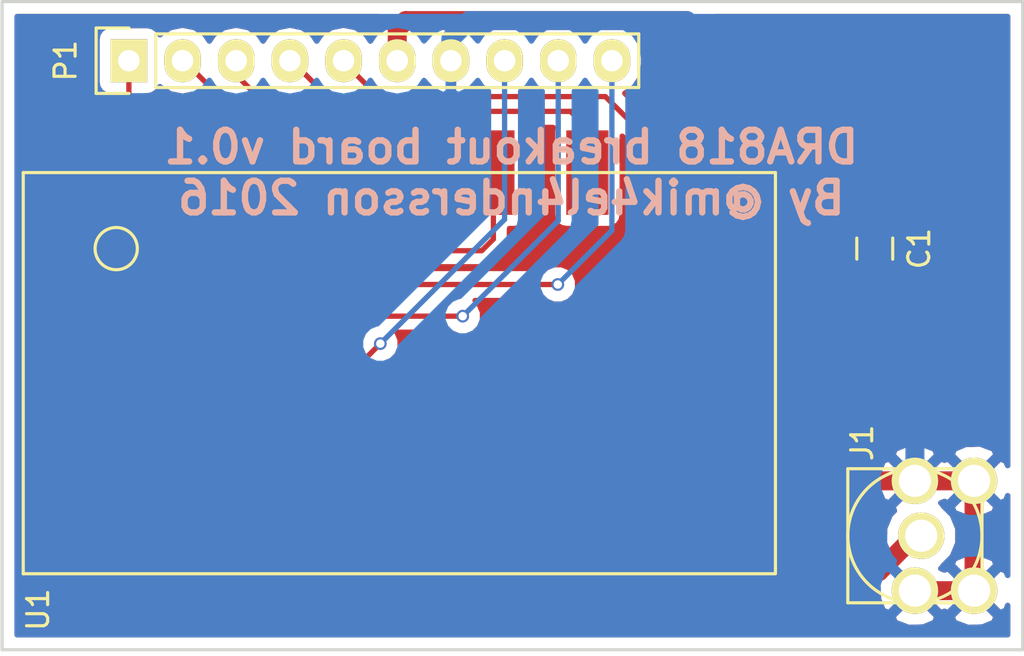
<source format=kicad_pcb>
(kicad_pcb (version 4) (host pcbnew 4.0.1-stable)

  (general
    (links 18)
    (no_connects 0)
    (area 137.9 98.424999 186.375001 129.500001)
    (thickness 1.6)
    (drawings 5)
    (tracks 69)
    (zones 0)
    (modules 4)
    (nets 12)
  )

  (page A4)
  (layers
    (0 F.Cu signal)
    (31 B.Cu signal)
    (32 B.Adhes user)
    (33 F.Adhes user)
    (34 B.Paste user)
    (35 F.Paste user)
    (36 B.SilkS user)
    (37 F.SilkS user)
    (38 B.Mask user)
    (39 F.Mask user)
    (40 Dwgs.User user)
    (41 Cmts.User user)
    (42 Eco1.User user)
    (43 Eco2.User user)
    (44 Edge.Cuts user)
    (45 Margin user)
    (46 B.CrtYd user)
    (47 F.CrtYd user)
    (48 B.Fab user)
    (49 F.Fab user)
  )

  (setup
    (last_trace_width 0.9)
    (user_trace_width 0.9)
    (trace_clearance 0.2)
    (zone_clearance 0.508)
    (zone_45_only no)
    (trace_min 0.2)
    (segment_width 0.2)
    (edge_width 0.15)
    (via_size 0.6)
    (via_drill 0.4)
    (via_min_size 0.4)
    (via_min_drill 0.3)
    (uvia_size 0.3)
    (uvia_drill 0.1)
    (uvias_allowed no)
    (uvia_min_size 0.2)
    (uvia_min_drill 0.1)
    (pcb_text_width 0.3)
    (pcb_text_size 1.5 1.5)
    (mod_edge_width 0.15)
    (mod_text_size 1 1)
    (mod_text_width 0.15)
    (pad_size 1.524 1.524)
    (pad_drill 0.762)
    (pad_to_mask_clearance 0.076)
    (aux_axis_origin 0 0)
    (visible_elements FFFFFF7F)
    (pcbplotparams
      (layerselection 0x010f0_80000001)
      (usegerberextensions true)
      (excludeedgelayer true)
      (linewidth 0.100000)
      (plotframeref false)
      (viasonmask false)
      (mode 1)
      (useauxorigin false)
      (hpglpennumber 1)
      (hpglpenspeed 20)
      (hpglpendiameter 15)
      (hpglpenoverlay 2)
      (psnegative false)
      (psa4output false)
      (plotreference true)
      (plotvalue true)
      (plotinvisibletext false)
      (padsonsilk false)
      (subtractmaskfromsilk false)
      (outputformat 1)
      (mirror false)
      (drillshape 0)
      (scaleselection 1)
      (outputdirectory export/))
  )

  (net 0 "")
  (net 1 VCC)
  (net 2 GND)
  (net 3 "Net-(J1-Pad1)")
  (net 4 "Net-(P1-Pad1)")
  (net 5 "Net-(P1-Pad2)")
  (net 6 "Net-(P1-Pad3)")
  (net 7 "Net-(P1-Pad4)")
  (net 8 "Net-(P1-Pad5)")
  (net 9 "Net-(P1-Pad8)")
  (net 10 "Net-(P1-Pad9)")
  (net 11 "Net-(P1-Pad10)")

  (net_class Default "This is the default net class."
    (clearance 0.2)
    (trace_width 0.25)
    (via_dia 0.6)
    (via_drill 0.4)
    (uvia_dia 0.3)
    (uvia_drill 0.1)
    (add_net GND)
    (add_net "Net-(J1-Pad1)")
    (add_net "Net-(P1-Pad1)")
    (add_net "Net-(P1-Pad10)")
    (add_net "Net-(P1-Pad2)")
    (add_net "Net-(P1-Pad3)")
    (add_net "Net-(P1-Pad4)")
    (add_net "Net-(P1-Pad5)")
    (add_net "Net-(P1-Pad8)")
    (add_net "Net-(P1-Pad9)")
    (add_net VCC)
  )

  (module Capacitors_SMD:C_0805_HandSoldering placed (layer F.Cu) (tedit 56A68437) (tstamp 56A6821F)
    (at 179.3 110.2 270)
    (descr "Capacitor SMD 0805, hand soldering")
    (tags "capacitor 0805")
    (path /56A5E66B)
    (attr smd)
    (fp_text reference C1 (at 0 -2.1 270) (layer F.SilkS)
      (effects (font (size 1 1) (thickness 0.15)))
    )
    (fp_text value "100nF X7R" (at -0.3 -3.8 270) (layer F.Fab)
      (effects (font (size 1 1) (thickness 0.15)))
    )
    (fp_line (start -2.3 -1) (end 2.3 -1) (layer F.CrtYd) (width 0.05))
    (fp_line (start -2.3 1) (end 2.3 1) (layer F.CrtYd) (width 0.05))
    (fp_line (start -2.3 -1) (end -2.3 1) (layer F.CrtYd) (width 0.05))
    (fp_line (start 2.3 -1) (end 2.3 1) (layer F.CrtYd) (width 0.05))
    (fp_line (start 0.5 -0.85) (end -0.5 -0.85) (layer F.SilkS) (width 0.15))
    (fp_line (start -0.5 0.85) (end 0.5 0.85) (layer F.SilkS) (width 0.15))
    (pad 1 smd rect (at -1.25 0 270) (size 1.5 1.25) (layers F.Cu F.Paste F.Mask)
      (net 1 VCC))
    (pad 2 smd rect (at 1.25 0 270) (size 1.5 1.25) (layers F.Cu F.Paste F.Mask)
      (net 2 GND))
    (model Capacitors_SMD.3dshapes/C_0805_HandSoldering.wrl
      (at (xyz 0 0 0))
      (scale (xyz 1 1 1))
      (rotate (xyz 0 0 0))
    )
  )

  (module Pin_Headers:Pin_Header_Straight_1x10 placed (layer F.Cu) (tedit 56A68456) (tstamp 56A6823B)
    (at 144 101.3 90)
    (descr "Through hole pin header")
    (tags "pin header")
    (path /56A5E964)
    (fp_text reference P1 (at 0 -3 90) (layer F.SilkS)
      (effects (font (size 1 1) (thickness 0.15)))
    )
    (fp_text value CONN_01X10 (at -1.9 12.3 180) (layer F.Fab)
      (effects (font (size 1 1) (thickness 0.15)))
    )
    (fp_line (start -1.75 -1.75) (end -1.75 24.65) (layer F.CrtYd) (width 0.05))
    (fp_line (start 1.75 -1.75) (end 1.75 24.65) (layer F.CrtYd) (width 0.05))
    (fp_line (start -1.75 -1.75) (end 1.75 -1.75) (layer F.CrtYd) (width 0.05))
    (fp_line (start -1.75 24.65) (end 1.75 24.65) (layer F.CrtYd) (width 0.05))
    (fp_line (start 1.27 1.27) (end 1.27 24.13) (layer F.SilkS) (width 0.15))
    (fp_line (start 1.27 24.13) (end -1.27 24.13) (layer F.SilkS) (width 0.15))
    (fp_line (start -1.27 24.13) (end -1.27 1.27) (layer F.SilkS) (width 0.15))
    (fp_line (start 1.55 -1.55) (end 1.55 0) (layer F.SilkS) (width 0.15))
    (fp_line (start 1.27 1.27) (end -1.27 1.27) (layer F.SilkS) (width 0.15))
    (fp_line (start -1.55 0) (end -1.55 -1.55) (layer F.SilkS) (width 0.15))
    (fp_line (start -1.55 -1.55) (end 1.55 -1.55) (layer F.SilkS) (width 0.15))
    (pad 1 thru_hole rect (at 0 0 90) (size 2.032 1.7272) (drill 1.016) (layers *.Cu *.Mask F.SilkS)
      (net 4 "Net-(P1-Pad1)"))
    (pad 2 thru_hole oval (at 0 2.54 90) (size 2.032 1.7272) (drill 1.016) (layers *.Cu *.Mask F.SilkS)
      (net 5 "Net-(P1-Pad2)"))
    (pad 3 thru_hole oval (at 0 5.08 90) (size 2.032 1.7272) (drill 1.016) (layers *.Cu *.Mask F.SilkS)
      (net 6 "Net-(P1-Pad3)"))
    (pad 4 thru_hole oval (at 0 7.62 90) (size 2.032 1.7272) (drill 1.016) (layers *.Cu *.Mask F.SilkS)
      (net 7 "Net-(P1-Pad4)"))
    (pad 5 thru_hole oval (at 0 10.16 90) (size 2.032 1.7272) (drill 1.016) (layers *.Cu *.Mask F.SilkS)
      (net 8 "Net-(P1-Pad5)"))
    (pad 6 thru_hole oval (at 0 12.7 90) (size 2.032 1.7272) (drill 1.016) (layers *.Cu *.Mask F.SilkS)
      (net 1 VCC))
    (pad 7 thru_hole oval (at 0 15.24 90) (size 2.032 1.7272) (drill 1.016) (layers *.Cu *.Mask F.SilkS)
      (net 2 GND))
    (pad 8 thru_hole oval (at 0 17.78 90) (size 2.032 1.7272) (drill 1.016) (layers *.Cu *.Mask F.SilkS)
      (net 9 "Net-(P1-Pad8)"))
    (pad 9 thru_hole oval (at 0 20.32 90) (size 2.032 1.7272) (drill 1.016) (layers *.Cu *.Mask F.SilkS)
      (net 10 "Net-(P1-Pad9)"))
    (pad 10 thru_hole oval (at 0 22.86 90) (size 2.032 1.7272) (drill 1.016) (layers *.Cu *.Mask F.SilkS)
      (net 11 "Net-(P1-Pad10)"))
    (model Pin_Headers.3dshapes/Pin_Header_Straight_1x10.wrl
      (at (xyz 0 -0.45 0))
      (scale (xyz 1 1 1))
      (rotate (xyz 0 0 90))
    )
  )

  (module dra818v:dra818v placed (layer F.Cu) (tedit 56A68452) (tstamp 56A68257)
    (at 139 106.6)
    (path /56A6262B)
    (fp_text reference U1 (at 0.7 20.7 90) (layer F.SilkS)
      (effects (font (size 1 1) (thickness 0.15)))
    )
    (fp_text value DRA818V (at 18.3 9.6) (layer F.Fab)
      (effects (font (size 1 1) (thickness 0.15)))
    )
    (fp_circle (center 4.4 3.6) (end 3.4 3.6) (layer F.SilkS) (width 0.15))
    (fp_line (start 0 0) (end 35.6 0) (layer F.SilkS) (width 0.15))
    (fp_line (start 35.6 0.2) (end 35.6 0) (layer F.SilkS) (width 0.15))
    (fp_line (start 35.6 19) (end 0 19) (layer F.SilkS) (width 0.15))
    (fp_line (start 0 19) (end 0 0) (layer F.SilkS) (width 0.15))
    (fp_line (start 35.6 0.18) (end 35.6 18.98) (layer F.SilkS) (width 0.15))
    (pad 1 smd rect (at 4.45 0) (size 2 4) (layers F.Cu F.Paste F.Mask)
      (net 4 "Net-(P1-Pad1)"))
    (pad 2 smd rect (at 8.9 0) (size 2 4) (layers F.Cu F.Paste F.Mask))
    (pad 3 smd rect (at 13.35 0) (size 2 4) (layers F.Cu F.Paste F.Mask)
      (net 5 "Net-(P1-Pad2)"))
    (pad 4 smd rect (at 17.8 0) (size 2 4) (layers F.Cu F.Paste F.Mask))
    (pad 5 smd rect (at 22.25 0) (size 2 4) (layers F.Cu F.Paste F.Mask)
      (net 6 "Net-(P1-Pad3)"))
    (pad 6 smd rect (at 26.7 0) (size 2 4) (layers F.Cu F.Paste F.Mask)
      (net 7 "Net-(P1-Pad4)"))
    (pad 7 smd rect (at 31.15 0) (size 2 4) (layers F.Cu F.Paste F.Mask)
      (net 8 "Net-(P1-Pad5)"))
    (pad 18 smd rect (at 4.45 18.9) (size 2 4) (layers F.Cu F.Paste F.Mask)
      (net 11 "Net-(P1-Pad10)"))
    (pad 17 smd rect (at 8.9 18.9) (size 2 4) (layers F.Cu F.Paste F.Mask)
      (net 10 "Net-(P1-Pad9)"))
    (pad 16 smd rect (at 13.35 18.9) (size 2 4) (layers F.Cu F.Paste F.Mask)
      (net 9 "Net-(P1-Pad8)"))
    (pad 15 smd rect (at 17.8 18.9) (size 2 4) (layers F.Cu F.Paste F.Mask))
    (pad 14 smd rect (at 22.25 18.9) (size 2 4) (layers F.Cu F.Paste F.Mask))
    (pad 13 smd rect (at 26.7 18.9) (size 2 4) (layers F.Cu F.Paste F.Mask))
    (pad 12 smd rect (at 31.15 18.9) (size 2 4) (layers F.Cu F.Paste F.Mask)
      (net 3 "Net-(J1-Pad1)"))
    (pad 8 smd rect (at 35.6 2.6) (size 4 2) (layers F.Cu F.Paste F.Mask)
      (net 1 VCC))
    (pad 9 smd rect (at 35.6 7.2) (size 4 2) (layers F.Cu F.Paste F.Mask)
      (net 2 GND))
    (pad 10 smd rect (at 35.6 11.8) (size 4 2) (layers F.Cu F.Paste F.Mask)
      (net 2 GND))
    (pad 11 smd rect (at 35.6 16.4) (size 4 2) (layers F.Cu F.Paste F.Mask))
  )

  (module sma_female_top:sma_female_top placed (layer F.Cu) (tedit 56A7314F) (tstamp 56A6822D)
    (at 181.2 123.8 270)
    (path /56A5E8FF)
    (fp_text reference J1 (at -4.4 2.5 270) (layer F.SilkS)
      (effects (font (size 1 1) (thickness 0.15)))
    )
    (fp_text value "SMA female" (at 0.1 2.8 270) (layer F.Fab)
      (effects (font (size 1 1) (thickness 0.15)))
    )
    (fp_circle (center 0 0) (end 0 -3.175) (layer F.SilkS) (width 0.15))
    (fp_line (start -3.175 -3.175) (end -3.175 3.175) (layer F.SilkS) (width 0.15))
    (fp_line (start -3.175 3.175) (end 3.175 3.175) (layer F.SilkS) (width 0.15))
    (fp_line (start 3.175 3.175) (end 3.175 -3.175) (layer F.SilkS) (width 0.15))
    (fp_line (start 3.175 -3.175) (end -3.175 -3.175) (layer F.SilkS) (width 0.15))
    (pad 1 thru_hole circle (at 0 -0.3 270) (size 2.2 2.2) (drill 1.524) (layers *.Cu *.Mask F.SilkS)
      (net 3 "Net-(J1-Pad1)"))
    (pad 4 thru_hole circle (at 2.6 -2.8 270) (size 2.2 2.2) (drill 1.524) (layers *.Cu *.Mask F.SilkS)
      (net 2 GND))
    (pad 3 thru_hole circle (at -2.6 -2.8 270) (size 2.2 2.2) (drill 1.524) (layers *.Cu *.Mask F.SilkS)
      (net 2 GND))
    (pad 2 thru_hole circle (at -2.6 0 270) (size 2.2 2.2) (drill 1.524) (layers *.Cu *.Mask F.SilkS)
      (net 2 GND))
    (pad 5 thru_hole circle (at 2.6 0 270) (size 2.2 2.2) (drill 1.524) (layers *.Cu *.Mask F.SilkS)
      (net 2 GND))
  )

  (gr_text "DRA818 breakout board v0.1\nBy @mik4el4ndersson 2016" (at 162.1 106.6) (layer B.SilkS)
    (effects (font (size 1.5 1.5) (thickness 0.3)) (justify mirror))
  )
  (gr_line (start 186.3 129.2) (end 186.3 98.5) (angle 90) (layer Edge.Cuts) (width 0.15))
  (gr_line (start 138 98.5) (end 186.3 98.5) (angle 90) (layer Edge.Cuts) (width 0.15))
  (gr_line (start 138 129.2) (end 138 98.5) (angle 90) (layer Edge.Cuts) (width 0.15))
  (gr_line (start 138 129.2) (end 186.3 129.2) (angle 90) (layer Edge.Cuts) (width 0.15))

  (segment (start 179.3 108.95) (end 174.85 108.95) (width 0.9) (layer F.Cu) (net 1))
  (segment (start 174.85 108.95) (end 174.6 109.2) (width 0.9) (layer F.Cu) (net 1) (tstamp 56A728D3))
  (segment (start 156.7 101.3) (end 156.7 99.8) (width 0.9) (layer F.Cu) (net 1))
  (segment (start 170.4 99.4) (end 179.3 108.3) (width 0.9) (layer F.Cu) (net 1) (tstamp 56A728C3))
  (segment (start 157.1 99.4) (end 170.4 99.4) (width 0.9) (layer F.Cu) (net 1) (tstamp 56A728B7))
  (segment (start 156.7 99.8) (end 157.1 99.4) (width 0.9) (layer F.Cu) (net 1) (tstamp 56A728B3))
  (segment (start 179.3 108.3) (end 179.3 108.95) (width 0.9) (layer F.Cu) (net 1) (tstamp 56A728CF))
  (segment (start 159.24 101.3) (end 159.24 100.26) (width 0.9) (layer B.Cu) (net 2))
  (segment (start 181.2 110.2) (end 181.2 121.2) (width 0.9) (layer B.Cu) (net 2) (tstamp 56A73122))
  (segment (start 170.4 99.4) (end 181.2 110.2) (width 0.9) (layer B.Cu) (net 2) (tstamp 56A73115))
  (segment (start 160.1 99.4) (end 170.4 99.4) (width 0.9) (layer B.Cu) (net 2) (tstamp 56A73110))
  (segment (start 159.24 100.26) (end 160.1 99.4) (width 0.9) (layer B.Cu) (net 2) (tstamp 56A7310E))
  (segment (start 179.3 111.45) (end 176.95 111.45) (width 0.9) (layer F.Cu) (net 2))
  (segment (start 176.95 111.45) (end 174.6 113.8) (width 0.9) (layer F.Cu) (net 2) (tstamp 56A73102))
  (segment (start 174.6 113.8) (end 174.6 118.4) (width 0.9) (layer F.Cu) (net 2))
  (segment (start 174.6 118.4) (end 177.4 121.2) (width 0.9) (layer F.Cu) (net 2) (tstamp 56A730F9))
  (segment (start 177.4 121.2) (end 184 121.2) (width 0.9) (layer F.Cu) (net 2) (tstamp 56A730FA))
  (segment (start 184 121.2) (end 184 126.4) (width 0.9) (layer F.Cu) (net 2) (tstamp 56A730FB))
  (segment (start 184 126.4) (end 181.2 126.4) (width 0.9) (layer F.Cu) (net 2) (tstamp 56A730FC))
  (segment (start 170.15 125.5) (end 179.5 125.5) (width 0.9) (layer F.Cu) (net 3))
  (segment (start 179.5 125.5) (end 181.2 123.8) (width 0.9) (layer F.Cu) (net 3) (tstamp 56A72A7B))
  (segment (start 144 101.3) (end 144 103.3) (width 0.25) (layer F.Cu) (net 4))
  (segment (start 143.45 103.85) (end 143.45 106.6) (width 0.25) (layer F.Cu) (net 4) (tstamp 56A72765))
  (segment (start 144 103.3) (end 143.45 103.85) (width 0.25) (layer F.Cu) (net 4) (tstamp 56A72760))
  (segment (start 146.54 101.3) (end 146.6 101.3) (width 0.25) (layer F.Cu) (net 5))
  (segment (start 146.6 101.3) (end 149.1 103.8) (width 0.25) (layer F.Cu) (net 5) (tstamp 56A7276C))
  (segment (start 149.1 103.8) (end 151.9 103.8) (width 0.25) (layer F.Cu) (net 5) (tstamp 56A7277A))
  (segment (start 151.9 103.8) (end 152.35 104.25) (width 0.25) (layer F.Cu) (net 5) (tstamp 56A7277E))
  (segment (start 152.35 104.25) (end 152.35 106.6) (width 0.25) (layer F.Cu) (net 5) (tstamp 56A72783))
  (segment (start 150.1 103) (end 150.2 103.1) (width 0.25) (layer F.Cu) (net 6))
  (segment (start 161.25 106.6) (end 161.25 109.75) (width 0.25) (layer F.Cu) (net 6) (tstamp 56A727BC))
  (segment (start 160.7 110.3) (end 161.25 109.75) (width 0.25) (layer F.Cu) (net 6) (tstamp 56A727B9))
  (segment (start 155.2 110.3) (end 160.7 110.3) (width 0.25) (layer F.Cu) (net 6) (tstamp 56A727B7))
  (segment (start 154.6 109.7) (end 155.2 110.3) (width 0.25) (layer F.Cu) (net 6) (tstamp 56A727B5))
  (segment (start 154.6 104.5) (end 154.6 109.7) (width 0.25) (layer F.Cu) (net 6) (tstamp 56A727B2))
  (segment (start 150.1 103) (end 149.08 101.98) (width 0.25) (layer F.Cu) (net 6) (tstamp 56A727A8))
  (segment (start 153.9 103.8) (end 154.6 104.5) (width 0.25) (layer F.Cu) (net 6) (tstamp 56A727E8))
  (segment (start 153.2 103.8) (end 153.9 103.8) (width 0.25) (layer F.Cu) (net 6) (tstamp 56A727E4))
  (segment (start 152.5 103.1) (end 153.2 103.8) (width 0.25) (layer F.Cu) (net 6) (tstamp 56A727DB))
  (segment (start 150.2 103.1) (end 152.5 103.1) (width 0.25) (layer F.Cu) (net 6) (tstamp 56A727D6))
  (segment (start 149.08 101.3) (end 149.08 101.98) (width 0.25) (layer F.Cu) (net 6))
  (segment (start 151.62 101.3) (end 151.7 101.3) (width 0.25) (layer F.Cu) (net 7))
  (segment (start 151.7 101.3) (end 153.6 103.2) (width 0.25) (layer F.Cu) (net 7) (tstamp 56A727F1))
  (segment (start 153.6 103.2) (end 154.7 103.2) (width 0.25) (layer F.Cu) (net 7) (tstamp 56A727FA))
  (segment (start 154.7 103.2) (end 155.2 103.7) (width 0.25) (layer F.Cu) (net 7) (tstamp 56A72807))
  (segment (start 155.2 103.7) (end 164.9 103.7) (width 0.25) (layer F.Cu) (net 7) (tstamp 56A7280A))
  (segment (start 164.9 103.7) (end 165.7 104.5) (width 0.25) (layer F.Cu) (net 7) (tstamp 56A7280D))
  (segment (start 165.7 104.5) (end 165.7 106.6) (width 0.25) (layer F.Cu) (net 7) (tstamp 56A72812))
  (segment (start 154.16 101.3) (end 154.16 101.36) (width 0.25) (layer F.Cu) (net 8))
  (segment (start 154.16 101.36) (end 155.8 103) (width 0.25) (layer F.Cu) (net 8) (tstamp 56A72836))
  (segment (start 155.8 103) (end 166.55 103) (width 0.25) (layer F.Cu) (net 8) (tstamp 56A72839))
  (segment (start 166.55 103) (end 170.15 106.6) (width 0.25) (layer F.Cu) (net 8) (tstamp 56A72841))
  (via (at 155.9 114.7) (size 0.6) (drill 0.4) (layers F.Cu B.Cu) (net 9))
  (segment (start 161.78 108.82) (end 155.9 114.7) (width 0.25) (layer B.Cu) (net 9) (tstamp 56A729F3))
  (segment (start 161.78 101.3) (end 161.78 108.82) (width 0.25) (layer B.Cu) (net 9))
  (segment (start 152.35 118.25) (end 152.35 125.5) (width 0.25) (layer F.Cu) (net 9) (tstamp 56A72A45))
  (segment (start 155.9 114.7) (end 152.35 118.25) (width 0.25) (layer F.Cu) (net 9) (tstamp 56A72A44))
  (via (at 159.8 113.4) (size 0.6) (drill 0.4) (layers F.Cu B.Cu) (net 10))
  (segment (start 164.32 108.88) (end 159.8 113.4) (width 0.25) (layer B.Cu) (net 10) (tstamp 56A729EB))
  (segment (start 164.32 101.3) (end 164.32 108.88) (width 0.25) (layer B.Cu) (net 10))
  (segment (start 147.9 116) (end 147.9 125.5) (width 0.25) (layer F.Cu) (net 10) (tstamp 56A72A33))
  (segment (start 150.5 113.4) (end 147.9 116) (width 0.25) (layer F.Cu) (net 10) (tstamp 56A72A2E))
  (segment (start 159.8 113.4) (end 150.5 113.4) (width 0.25) (layer F.Cu) (net 10) (tstamp 56A72A2D))
  (segment (start 143.45 116.75) (end 143.45 125.5) (width 0.25) (layer F.Cu) (net 11) (tstamp 56A72A10))
  (segment (start 148.3 111.9) (end 143.45 116.75) (width 0.25) (layer F.Cu) (net 11) (tstamp 56A72A08))
  (segment (start 164.3 111.9) (end 148.3 111.9) (width 0.25) (layer F.Cu) (net 11) (tstamp 56A72A07))
  (via (at 164.3 111.9) (size 0.6) (drill 0.4) (layers F.Cu B.Cu) (net 11))
  (segment (start 166.86 109.34) (end 164.3 111.9) (width 0.25) (layer B.Cu) (net 11) (tstamp 56A729DA))
  (segment (start 166.86 101.3) (end 166.86 109.34) (width 0.25) (layer B.Cu) (net 11))

  (zone (net 2) (net_name GND) (layer B.Cu) (tstamp 56A72AF6) (hatch edge 0.508)
    (connect_pads (clearance 0.508))
    (min_thickness 0.254)
    (fill yes (arc_segments 16) (thermal_gap 0.508) (thermal_bridge_width 0.508))
    (polygon
      (pts
        (xy 186.3 129.2) (xy 138 129.3) (xy 138 98.5) (xy 186.3 98.5) (xy 186.3 129.2)
      )
    )
    (filled_polygon
      (pts
        (xy 185.59 120.477853) (xy 185.502099 120.265641) (xy 185.224868 120.154737) (xy 184.179605 121.2) (xy 185.224868 122.245263)
        (xy 185.502099 122.134359) (xy 185.59 121.900912) (xy 185.59 125.677853) (xy 185.502099 125.465641) (xy 185.224868 125.354737)
        (xy 184.179605 126.4) (xy 185.224868 127.445263) (xy 185.502099 127.334359) (xy 185.59 127.100912) (xy 185.59 128.49)
        (xy 138.71 128.49) (xy 138.71 127.624868) (xy 180.154737 127.624868) (xy 180.265641 127.902099) (xy 180.911593 128.145323)
        (xy 181.601453 128.122836) (xy 182.134359 127.902099) (xy 182.245263 127.624868) (xy 182.954737 127.624868) (xy 183.065641 127.902099)
        (xy 183.711593 128.145323) (xy 184.401453 128.122836) (xy 184.934359 127.902099) (xy 185.045263 127.624868) (xy 184 126.579605)
        (xy 182.954737 127.624868) (xy 182.245263 127.624868) (xy 181.2 126.579605) (xy 180.154737 127.624868) (xy 138.71 127.624868)
        (xy 138.71 126.111593) (xy 179.454677 126.111593) (xy 179.477164 126.801453) (xy 179.697901 127.334359) (xy 179.975132 127.445263)
        (xy 181.020395 126.4) (xy 179.975132 125.354737) (xy 179.697901 125.465641) (xy 179.454677 126.111593) (xy 138.71 126.111593)
        (xy 138.71 124.143599) (xy 179.764699 124.143599) (xy 180.028281 124.781515) (xy 180.230973 124.984561) (xy 180.154737 125.175132)
        (xy 181.2 126.220395) (xy 181.214143 126.206253) (xy 181.393748 126.385858) (xy 181.379605 126.4) (xy 182.424868 127.445263)
        (xy 182.6 127.375203) (xy 182.775132 127.445263) (xy 183.820395 126.4) (xy 182.775132 125.354737) (xy 182.6 125.424797)
        (xy 182.42487 125.354738) (xy 182.53891 125.240698) (xy 182.525762 125.22755) (xy 182.578271 125.175132) (xy 182.954737 125.175132)
        (xy 184 126.220395) (xy 185.045263 125.175132) (xy 184.934359 124.897901) (xy 184.288407 124.654677) (xy 183.598547 124.677164)
        (xy 183.065641 124.897901) (xy 182.954737 125.175132) (xy 182.578271 125.175132) (xy 182.970004 124.784082) (xy 183.234699 124.146627)
        (xy 183.235301 123.456401) (xy 182.971719 122.818485) (xy 182.578789 122.424868) (xy 182.954737 122.424868) (xy 183.065641 122.702099)
        (xy 183.711593 122.945323) (xy 184.401453 122.922836) (xy 184.934359 122.702099) (xy 185.045263 122.424868) (xy 184 121.379605)
        (xy 182.954737 122.424868) (xy 182.578789 122.424868) (xy 182.526112 122.3721) (xy 182.53891 122.359302) (xy 182.42487 122.245262)
        (xy 182.6 122.175203) (xy 182.775132 122.245263) (xy 183.820395 121.2) (xy 182.775132 120.154737) (xy 182.6 120.224797)
        (xy 182.424868 120.154737) (xy 181.379605 121.2) (xy 181.393748 121.214143) (xy 181.214143 121.393748) (xy 181.2 121.379605)
        (xy 180.154737 122.424868) (xy 180.230931 122.615333) (xy 180.029996 122.815918) (xy 179.765301 123.453373) (xy 179.764699 124.143599)
        (xy 138.71 124.143599) (xy 138.71 120.911593) (xy 179.454677 120.911593) (xy 179.477164 121.601453) (xy 179.697901 122.134359)
        (xy 179.975132 122.245263) (xy 181.020395 121.2) (xy 179.975132 120.154737) (xy 179.697901 120.265641) (xy 179.454677 120.911593)
        (xy 138.71 120.911593) (xy 138.71 119.975132) (xy 180.154737 119.975132) (xy 181.2 121.020395) (xy 182.245263 119.975132)
        (xy 182.954737 119.975132) (xy 184 121.020395) (xy 185.045263 119.975132) (xy 184.934359 119.697901) (xy 184.288407 119.454677)
        (xy 183.598547 119.477164) (xy 183.065641 119.697901) (xy 182.954737 119.975132) (xy 182.245263 119.975132) (xy 182.134359 119.697901)
        (xy 181.488407 119.454677) (xy 180.798547 119.477164) (xy 180.265641 119.697901) (xy 180.154737 119.975132) (xy 138.71 119.975132)
        (xy 138.71 114.885167) (xy 154.964838 114.885167) (xy 155.106883 115.228943) (xy 155.369673 115.492192) (xy 155.713201 115.634838)
        (xy 156.085167 115.635162) (xy 156.428943 115.493117) (xy 156.692192 115.230327) (xy 156.834838 114.886799) (xy 156.834879 114.839923)
        (xy 162.317401 109.357401) (xy 162.482148 109.110839) (xy 162.54 108.82) (xy 162.54 102.744648) (xy 162.83967 102.544415)
        (xy 163.05 102.229634) (xy 163.26033 102.544415) (xy 163.56 102.744648) (xy 163.56 108.565198) (xy 159.66032 112.464878)
        (xy 159.614833 112.464838) (xy 159.271057 112.606883) (xy 159.007808 112.869673) (xy 158.865162 113.213201) (xy 158.864838 113.585167)
        (xy 159.006883 113.928943) (xy 159.269673 114.192192) (xy 159.613201 114.334838) (xy 159.985167 114.335162) (xy 160.328943 114.193117)
        (xy 160.592192 113.930327) (xy 160.734838 113.586799) (xy 160.734879 113.539923) (xy 164.857401 109.417401) (xy 165.022148 109.17084)
        (xy 165.08 108.88) (xy 165.08 102.744648) (xy 165.37967 102.544415) (xy 165.59 102.229634) (xy 165.80033 102.544415)
        (xy 166.1 102.744648) (xy 166.1 109.025198) (xy 164.16032 110.964878) (xy 164.114833 110.964838) (xy 163.771057 111.106883)
        (xy 163.507808 111.369673) (xy 163.365162 111.713201) (xy 163.364838 112.085167) (xy 163.506883 112.428943) (xy 163.769673 112.692192)
        (xy 164.113201 112.834838) (xy 164.485167 112.835162) (xy 164.828943 112.693117) (xy 165.092192 112.430327) (xy 165.234838 112.086799)
        (xy 165.234879 112.039923) (xy 167.397401 109.877401) (xy 167.562148 109.630839) (xy 167.62 109.34) (xy 167.62 102.744648)
        (xy 167.91967 102.544415) (xy 168.244526 102.058234) (xy 168.3586 101.484745) (xy 168.3586 101.115255) (xy 168.244526 100.541766)
        (xy 167.91967 100.055585) (xy 167.433489 99.730729) (xy 166.86 99.616655) (xy 166.286511 99.730729) (xy 165.80033 100.055585)
        (xy 165.59 100.370366) (xy 165.37967 100.055585) (xy 164.893489 99.730729) (xy 164.32 99.616655) (xy 163.746511 99.730729)
        (xy 163.26033 100.055585) (xy 163.05 100.370366) (xy 162.83967 100.055585) (xy 162.353489 99.730729) (xy 161.78 99.616655)
        (xy 161.206511 99.730729) (xy 160.72033 100.055585) (xy 160.513539 100.365069) (xy 160.142036 99.949268) (xy 159.614791 99.695291)
        (xy 159.599026 99.692642) (xy 159.367 99.813783) (xy 159.367 101.173) (xy 159.387 101.173) (xy 159.387 101.427)
        (xy 159.367 101.427) (xy 159.367 102.786217) (xy 159.599026 102.907358) (xy 159.614791 102.904709) (xy 160.142036 102.650732)
        (xy 160.513539 102.234931) (xy 160.72033 102.544415) (xy 161.02 102.744648) (xy 161.02 108.505198) (xy 155.76032 113.764878)
        (xy 155.714833 113.764838) (xy 155.371057 113.906883) (xy 155.107808 114.169673) (xy 154.965162 114.513201) (xy 154.964838 114.885167)
        (xy 138.71 114.885167) (xy 138.71 100.284) (xy 142.48896 100.284) (xy 142.48896 102.316) (xy 142.533238 102.551317)
        (xy 142.67231 102.767441) (xy 142.88451 102.912431) (xy 143.1364 102.96344) (xy 144.8636 102.96344) (xy 145.098917 102.919162)
        (xy 145.315041 102.78009) (xy 145.460031 102.56789) (xy 145.4684 102.526561) (xy 145.48033 102.544415) (xy 145.966511 102.869271)
        (xy 146.54 102.983345) (xy 147.113489 102.869271) (xy 147.59967 102.544415) (xy 147.81 102.229634) (xy 148.02033 102.544415)
        (xy 148.506511 102.869271) (xy 149.08 102.983345) (xy 149.653489 102.869271) (xy 150.13967 102.544415) (xy 150.35 102.229634)
        (xy 150.56033 102.544415) (xy 151.046511 102.869271) (xy 151.62 102.983345) (xy 152.193489 102.869271) (xy 152.67967 102.544415)
        (xy 152.89 102.229634) (xy 153.10033 102.544415) (xy 153.586511 102.869271) (xy 154.16 102.983345) (xy 154.733489 102.869271)
        (xy 155.21967 102.544415) (xy 155.43 102.229634) (xy 155.64033 102.544415) (xy 156.126511 102.869271) (xy 156.7 102.983345)
        (xy 157.273489 102.869271) (xy 157.75967 102.544415) (xy 157.966461 102.234931) (xy 158.337964 102.650732) (xy 158.865209 102.904709)
        (xy 158.880974 102.907358) (xy 159.113 102.786217) (xy 159.113 101.427) (xy 159.093 101.427) (xy 159.093 101.173)
        (xy 159.113 101.173) (xy 159.113 99.813783) (xy 158.880974 99.692642) (xy 158.865209 99.695291) (xy 158.337964 99.949268)
        (xy 157.966461 100.365069) (xy 157.75967 100.055585) (xy 157.273489 99.730729) (xy 156.7 99.616655) (xy 156.126511 99.730729)
        (xy 155.64033 100.055585) (xy 155.43 100.370366) (xy 155.21967 100.055585) (xy 154.733489 99.730729) (xy 154.16 99.616655)
        (xy 153.586511 99.730729) (xy 153.10033 100.055585) (xy 152.89 100.370366) (xy 152.67967 100.055585) (xy 152.193489 99.730729)
        (xy 151.62 99.616655) (xy 151.046511 99.730729) (xy 150.56033 100.055585) (xy 150.35 100.370366) (xy 150.13967 100.055585)
        (xy 149.653489 99.730729) (xy 149.08 99.616655) (xy 148.506511 99.730729) (xy 148.02033 100.055585) (xy 147.81 100.370366)
        (xy 147.59967 100.055585) (xy 147.113489 99.730729) (xy 146.54 99.616655) (xy 145.966511 99.730729) (xy 145.48033 100.055585)
        (xy 145.470757 100.069913) (xy 145.466762 100.048683) (xy 145.32769 99.832559) (xy 145.11549 99.687569) (xy 144.8636 99.63656)
        (xy 143.1364 99.63656) (xy 142.901083 99.680838) (xy 142.684959 99.81991) (xy 142.539969 100.03211) (xy 142.48896 100.284)
        (xy 138.71 100.284) (xy 138.71 99.21) (xy 185.59 99.21)
      )
    )
  )
  (zone (net 2) (net_name GND) (layer F.Cu) (tstamp 56A72B59) (hatch edge 0.508)
    (connect_pads (clearance 0.508))
    (min_thickness 0.254)
    (fill yes (arc_segments 16) (thermal_gap 0.508) (thermal_bridge_width 0.508))
    (polygon
      (pts
        (xy 186.2 129.3) (xy 137.9 129.5) (xy 138 98.5) (xy 186.2 98.5) (xy 186.2 129.3)
      )
    )
    (filled_polygon
      (pts
        (xy 155.697591 99.384788) (xy 155.615 99.8) (xy 155.615 100.093494) (xy 155.43 100.370366) (xy 155.21967 100.055585)
        (xy 154.733489 99.730729) (xy 154.16 99.616655) (xy 153.586511 99.730729) (xy 153.10033 100.055585) (xy 152.89 100.370366)
        (xy 152.67967 100.055585) (xy 152.193489 99.730729) (xy 151.62 99.616655) (xy 151.046511 99.730729) (xy 150.56033 100.055585)
        (xy 150.35 100.370366) (xy 150.13967 100.055585) (xy 149.653489 99.730729) (xy 149.08 99.616655) (xy 148.506511 99.730729)
        (xy 148.02033 100.055585) (xy 147.81 100.370366) (xy 147.59967 100.055585) (xy 147.113489 99.730729) (xy 146.54 99.616655)
        (xy 145.966511 99.730729) (xy 145.48033 100.055585) (xy 145.470757 100.069913) (xy 145.466762 100.048683) (xy 145.32769 99.832559)
        (xy 145.11549 99.687569) (xy 144.8636 99.63656) (xy 143.1364 99.63656) (xy 142.901083 99.680838) (xy 142.684959 99.81991)
        (xy 142.539969 100.03211) (xy 142.48896 100.284) (xy 142.48896 102.316) (xy 142.533238 102.551317) (xy 142.67231 102.767441)
        (xy 142.88451 102.912431) (xy 143.1364 102.96344) (xy 143.24 102.96344) (xy 143.24 102.985198) (xy 142.912599 103.312599)
        (xy 142.747852 103.559161) (xy 142.69 103.85) (xy 142.69 103.95256) (xy 142.45 103.95256) (xy 142.214683 103.996838)
        (xy 141.998559 104.13591) (xy 141.853569 104.34811) (xy 141.80256 104.6) (xy 141.80256 108.6) (xy 141.846838 108.835317)
        (xy 141.98591 109.051441) (xy 142.19811 109.196431) (xy 142.45 109.24744) (xy 144.45 109.24744) (xy 144.685317 109.203162)
        (xy 144.901441 109.06409) (xy 145.046431 108.85189) (xy 145.09744 108.6) (xy 145.09744 104.6) (xy 145.053162 104.364683)
        (xy 144.91409 104.148559) (xy 144.70189 104.003569) (xy 144.45 103.95256) (xy 144.422242 103.95256) (xy 144.537401 103.837401)
        (xy 144.702148 103.59084) (xy 144.738286 103.409161) (xy 144.76 103.3) (xy 144.76 102.96344) (xy 144.8636 102.96344)
        (xy 145.098917 102.919162) (xy 145.315041 102.78009) (xy 145.460031 102.56789) (xy 145.4684 102.526561) (xy 145.48033 102.544415)
        (xy 145.966511 102.869271) (xy 146.54 102.983345) (xy 147.097625 102.872427) (xy 148.177758 103.95256) (xy 146.9 103.95256)
        (xy 146.664683 103.996838) (xy 146.448559 104.13591) (xy 146.303569 104.34811) (xy 146.25256 104.6) (xy 146.25256 108.6)
        (xy 146.296838 108.835317) (xy 146.43591 109.051441) (xy 146.64811 109.196431) (xy 146.9 109.24744) (xy 148.9 109.24744)
        (xy 149.135317 109.203162) (xy 149.351441 109.06409) (xy 149.496431 108.85189) (xy 149.54744 108.6) (xy 149.54744 104.6)
        (xy 149.539913 104.56) (xy 150.71066 104.56) (xy 150.70256 104.6) (xy 150.70256 108.6) (xy 150.746838 108.835317)
        (xy 150.88591 109.051441) (xy 151.09811 109.196431) (xy 151.35 109.24744) (xy 153.35 109.24744) (xy 153.585317 109.203162)
        (xy 153.801441 109.06409) (xy 153.84 109.007657) (xy 153.84 109.7) (xy 153.897852 109.990839) (xy 154.062599 110.237401)
        (xy 154.662599 110.837401) (xy 154.909161 111.002148) (xy 155.2 111.06) (xy 160.7 111.06) (xy 160.990839 111.002148)
        (xy 161.237401 110.837401) (xy 161.787401 110.287401) (xy 161.952148 110.04084) (xy 161.973138 109.935317) (xy 162.01 109.75)
        (xy 162.01 109.24744) (xy 162.25 109.24744) (xy 162.485317 109.203162) (xy 162.701441 109.06409) (xy 162.846431 108.85189)
        (xy 162.89744 108.6) (xy 162.89744 104.6) (xy 162.871097 104.46) (xy 164.080911 104.46) (xy 164.05256 104.6)
        (xy 164.05256 108.6) (xy 164.096838 108.835317) (xy 164.23591 109.051441) (xy 164.44811 109.196431) (xy 164.7 109.24744)
        (xy 166.7 109.24744) (xy 166.935317 109.203162) (xy 167.151441 109.06409) (xy 167.296431 108.85189) (xy 167.34744 108.6)
        (xy 167.34744 104.872242) (xy 168.50256 106.027362) (xy 168.50256 108.6) (xy 168.546838 108.835317) (xy 168.68591 109.051441)
        (xy 168.89811 109.196431) (xy 169.15 109.24744) (xy 171.15 109.24744) (xy 171.385317 109.203162) (xy 171.601441 109.06409)
        (xy 171.746431 108.85189) (xy 171.79744 108.6) (xy 171.79744 104.6) (xy 171.753162 104.364683) (xy 171.61409 104.148559)
        (xy 171.40189 104.003569) (xy 171.15 103.95256) (xy 169.15 103.95256) (xy 168.914683 103.996838) (xy 168.736377 104.111575)
        (xy 167.469806 102.845004) (xy 167.91967 102.544415) (xy 168.244526 102.058234) (xy 168.3586 101.484745) (xy 168.3586 101.115255)
        (xy 168.244526 100.541766) (xy 168.206596 100.485) (xy 169.950578 100.485) (xy 177.330578 107.865) (xy 177.139018 107.865)
        (xy 177.06409 107.748559) (xy 176.85189 107.603569) (xy 176.6 107.55256) (xy 172.6 107.55256) (xy 172.364683 107.596838)
        (xy 172.148559 107.73591) (xy 172.003569 107.94811) (xy 171.95256 108.2) (xy 171.95256 110.2) (xy 171.996838 110.435317)
        (xy 172.13591 110.651441) (xy 172.34811 110.796431) (xy 172.6 110.84744) (xy 176.6 110.84744) (xy 176.835317 110.803162)
        (xy 177.051441 110.66409) (xy 177.196431 110.45189) (xy 177.24744 110.2) (xy 177.24744 110.035) (xy 178.135982 110.035)
        (xy 178.21091 110.151441) (xy 178.279006 110.197969) (xy 178.136673 110.340302) (xy 178.04 110.573691) (xy 178.04 111.16425)
        (xy 178.19875 111.323) (xy 179.173 111.323) (xy 179.173 111.303) (xy 179.427 111.303) (xy 179.427 111.323)
        (xy 180.40125 111.323) (xy 180.56 111.16425) (xy 180.56 110.573691) (xy 180.463327 110.340302) (xy 180.32209 110.199064)
        (xy 180.376441 110.16409) (xy 180.521431 109.95189) (xy 180.57244 109.7) (xy 180.57244 108.2) (xy 180.528162 107.964683)
        (xy 180.38909 107.748559) (xy 180.17689 107.603569) (xy 180.104742 107.588959) (xy 180.067211 107.532789) (xy 171.744422 99.21)
        (xy 185.59 99.21) (xy 185.59 120.477853) (xy 185.502099 120.265641) (xy 185.224868 120.154737) (xy 184.179605 121.2)
        (xy 185.224868 122.245263) (xy 185.502099 122.134359) (xy 185.59 121.900912) (xy 185.59 125.677853) (xy 185.502099 125.465641)
        (xy 185.224868 125.354737) (xy 184.179605 126.4) (xy 185.224868 127.445263) (xy 185.502099 127.334359) (xy 185.59 127.100912)
        (xy 185.59 128.49) (xy 138.71 128.49) (xy 138.71 123.5) (xy 141.80256 123.5) (xy 141.80256 127.5)
        (xy 141.846838 127.735317) (xy 141.98591 127.951441) (xy 142.19811 128.096431) (xy 142.45 128.14744) (xy 144.45 128.14744)
        (xy 144.685317 128.103162) (xy 144.901441 127.96409) (xy 145.046431 127.75189) (xy 145.09744 127.5) (xy 145.09744 123.5)
        (xy 145.053162 123.264683) (xy 144.91409 123.048559) (xy 144.70189 122.903569) (xy 144.45 122.85256) (xy 144.21 122.85256)
        (xy 144.21 117.064802) (xy 148.614802 112.66) (xy 150.399454 112.66) (xy 150.20916 112.697852) (xy 149.962599 112.862599)
        (xy 147.362599 115.462599) (xy 147.197852 115.709161) (xy 147.14 116) (xy 147.14 122.85256) (xy 146.9 122.85256)
        (xy 146.664683 122.896838) (xy 146.448559 123.03591) (xy 146.303569 123.24811) (xy 146.25256 123.5) (xy 146.25256 127.5)
        (xy 146.296838 127.735317) (xy 146.43591 127.951441) (xy 146.64811 128.096431) (xy 146.9 128.14744) (xy 148.9 128.14744)
        (xy 149.135317 128.103162) (xy 149.351441 127.96409) (xy 149.496431 127.75189) (xy 149.54744 127.5) (xy 149.54744 123.5)
        (xy 149.503162 123.264683) (xy 149.36409 123.048559) (xy 149.15189 122.903569) (xy 148.9 122.85256) (xy 148.66 122.85256)
        (xy 148.66 116.314802) (xy 150.814802 114.16) (xy 155.117498 114.16) (xy 155.107808 114.169673) (xy 154.965162 114.513201)
        (xy 154.965121 114.560077) (xy 151.812599 117.712599) (xy 151.647852 117.959161) (xy 151.59 118.25) (xy 151.59 122.85256)
        (xy 151.35 122.85256) (xy 151.114683 122.896838) (xy 150.898559 123.03591) (xy 150.753569 123.24811) (xy 150.70256 123.5)
        (xy 150.70256 127.5) (xy 150.746838 127.735317) (xy 150.88591 127.951441) (xy 151.09811 128.096431) (xy 151.35 128.14744)
        (xy 153.35 128.14744) (xy 153.585317 128.103162) (xy 153.801441 127.96409) (xy 153.946431 127.75189) (xy 153.99744 127.5)
        (xy 153.99744 123.5) (xy 155.15256 123.5) (xy 155.15256 127.5) (xy 155.196838 127.735317) (xy 155.33591 127.951441)
        (xy 155.54811 128.096431) (xy 155.8 128.14744) (xy 157.8 128.14744) (xy 158.035317 128.103162) (xy 158.251441 127.96409)
        (xy 158.396431 127.75189) (xy 158.44744 127.5) (xy 158.44744 123.5) (xy 159.60256 123.5) (xy 159.60256 127.5)
        (xy 159.646838 127.735317) (xy 159.78591 127.951441) (xy 159.99811 128.096431) (xy 160.25 128.14744) (xy 162.25 128.14744)
        (xy 162.485317 128.103162) (xy 162.701441 127.96409) (xy 162.846431 127.75189) (xy 162.89744 127.5) (xy 162.89744 123.5)
        (xy 164.05256 123.5) (xy 164.05256 127.5) (xy 164.096838 127.735317) (xy 164.23591 127.951441) (xy 164.44811 128.096431)
        (xy 164.7 128.14744) (xy 166.7 128.14744) (xy 166.935317 128.103162) (xy 167.151441 127.96409) (xy 167.296431 127.75189)
        (xy 167.34744 127.5) (xy 167.34744 123.5) (xy 168.50256 123.5) (xy 168.50256 127.5) (xy 168.546838 127.735317)
        (xy 168.68591 127.951441) (xy 168.89811 128.096431) (xy 169.15 128.14744) (xy 171.15 128.14744) (xy 171.385317 128.103162)
        (xy 171.601441 127.96409) (xy 171.746431 127.75189) (xy 171.772153 127.624868) (xy 180.154737 127.624868) (xy 180.265641 127.902099)
        (xy 180.911593 128.145323) (xy 181.601453 128.122836) (xy 182.134359 127.902099) (xy 182.245263 127.624868) (xy 182.954737 127.624868)
        (xy 183.065641 127.902099) (xy 183.711593 128.145323) (xy 184.401453 128.122836) (xy 184.934359 127.902099) (xy 185.045263 127.624868)
        (xy 184 126.579605) (xy 182.954737 127.624868) (xy 182.245263 127.624868) (xy 181.2 126.579605) (xy 180.154737 127.624868)
        (xy 171.772153 127.624868) (xy 171.79744 127.5) (xy 171.79744 126.585) (xy 179.470108 126.585) (xy 179.477164 126.801453)
        (xy 179.697901 127.334359) (xy 179.975132 127.445263) (xy 181.020395 126.4) (xy 181.006253 126.385858) (xy 181.185858 126.206253)
        (xy 181.2 126.220395) (xy 181.214143 126.206253) (xy 181.393748 126.385858) (xy 181.379605 126.4) (xy 182.424868 127.445263)
        (xy 182.6 127.375203) (xy 182.775132 127.445263) (xy 183.820395 126.4) (xy 182.775132 125.354737) (xy 182.6 125.424797)
        (xy 182.42487 125.354738) (xy 182.53891 125.240698) (xy 182.525762 125.22755) (xy 182.578271 125.175132) (xy 182.954737 125.175132)
        (xy 184 126.220395) (xy 185.045263 125.175132) (xy 184.934359 124.897901) (xy 184.288407 124.654677) (xy 183.598547 124.677164)
        (xy 183.065641 124.897901) (xy 182.954737 125.175132) (xy 182.578271 125.175132) (xy 182.970004 124.784082) (xy 183.234699 124.146627)
        (xy 183.235301 123.456401) (xy 182.971719 122.818485) (xy 182.578789 122.424868) (xy 182.954737 122.424868) (xy 183.065641 122.702099)
        (xy 183.711593 122.945323) (xy 184.401453 122.922836) (xy 184.934359 122.702099) (xy 185.045263 122.424868) (xy 184 121.379605)
        (xy 182.954737 122.424868) (xy 182.578789 122.424868) (xy 182.526112 122.3721) (xy 182.53891 122.359302) (xy 182.42487 122.245262)
        (xy 182.6 122.175203) (xy 182.775132 122.245263) (xy 183.820395 121.2) (xy 182.775132 120.154737) (xy 182.6 120.224797)
        (xy 182.424868 120.154737) (xy 181.379605 121.2) (xy 181.393748 121.214143) (xy 181.214143 121.393748) (xy 181.2 121.379605)
        (xy 180.154737 122.424868) (xy 180.230931 122.615333) (xy 180.029996 122.815918) (xy 179.765301 123.453373) (xy 179.765085 123.700493)
        (xy 179.050578 124.415) (xy 177.084983 124.415) (xy 177.196431 124.25189) (xy 177.24744 124) (xy 177.24744 122)
        (xy 177.203162 121.764683) (xy 177.06409 121.548559) (xy 176.85189 121.403569) (xy 176.6 121.35256) (xy 172.6 121.35256)
        (xy 172.364683 121.396838) (xy 172.148559 121.53591) (xy 172.003569 121.74811) (xy 171.95256 122) (xy 171.95256 124)
        (xy 171.996838 124.235317) (xy 172.112461 124.415) (xy 171.79744 124.415) (xy 171.79744 123.5) (xy 171.753162 123.264683)
        (xy 171.61409 123.048559) (xy 171.40189 122.903569) (xy 171.15 122.85256) (xy 169.15 122.85256) (xy 168.914683 122.896838)
        (xy 168.698559 123.03591) (xy 168.553569 123.24811) (xy 168.50256 123.5) (xy 167.34744 123.5) (xy 167.303162 123.264683)
        (xy 167.16409 123.048559) (xy 166.95189 122.903569) (xy 166.7 122.85256) (xy 164.7 122.85256) (xy 164.464683 122.896838)
        (xy 164.248559 123.03591) (xy 164.103569 123.24811) (xy 164.05256 123.5) (xy 162.89744 123.5) (xy 162.853162 123.264683)
        (xy 162.71409 123.048559) (xy 162.50189 122.903569) (xy 162.25 122.85256) (xy 160.25 122.85256) (xy 160.014683 122.896838)
        (xy 159.798559 123.03591) (xy 159.653569 123.24811) (xy 159.60256 123.5) (xy 158.44744 123.5) (xy 158.403162 123.264683)
        (xy 158.26409 123.048559) (xy 158.05189 122.903569) (xy 157.8 122.85256) (xy 155.8 122.85256) (xy 155.564683 122.896838)
        (xy 155.348559 123.03591) (xy 155.203569 123.24811) (xy 155.15256 123.5) (xy 153.99744 123.5) (xy 153.953162 123.264683)
        (xy 153.81409 123.048559) (xy 153.60189 122.903569) (xy 153.35 122.85256) (xy 153.11 122.85256) (xy 153.11 120.911593)
        (xy 179.454677 120.911593) (xy 179.477164 121.601453) (xy 179.697901 122.134359) (xy 179.975132 122.245263) (xy 181.020395 121.2)
        (xy 179.975132 120.154737) (xy 179.697901 120.265641) (xy 179.454677 120.911593) (xy 153.11 120.911593) (xy 153.11 118.68575)
        (xy 171.965 118.68575) (xy 171.965 119.52631) (xy 172.061673 119.759699) (xy 172.240302 119.938327) (xy 172.473691 120.035)
        (xy 174.31425 120.035) (xy 174.473 119.87625) (xy 174.473 118.527) (xy 174.727 118.527) (xy 174.727 119.87625)
        (xy 174.88575 120.035) (xy 176.726309 120.035) (xy 176.870842 119.975132) (xy 180.154737 119.975132) (xy 181.2 121.020395)
        (xy 182.245263 119.975132) (xy 182.954737 119.975132) (xy 184 121.020395) (xy 185.045263 119.975132) (xy 184.934359 119.697901)
        (xy 184.288407 119.454677) (xy 183.598547 119.477164) (xy 183.065641 119.697901) (xy 182.954737 119.975132) (xy 182.245263 119.975132)
        (xy 182.134359 119.697901) (xy 181.488407 119.454677) (xy 180.798547 119.477164) (xy 180.265641 119.697901) (xy 180.154737 119.975132)
        (xy 176.870842 119.975132) (xy 176.959698 119.938327) (xy 177.138327 119.759699) (xy 177.235 119.52631) (xy 177.235 118.68575)
        (xy 177.07625 118.527) (xy 174.727 118.527) (xy 174.473 118.527) (xy 172.12375 118.527) (xy 171.965 118.68575)
        (xy 153.11 118.68575) (xy 153.11 118.564802) (xy 154.401112 117.27369) (xy 171.965 117.27369) (xy 171.965 118.11425)
        (xy 172.12375 118.273) (xy 174.473 118.273) (xy 174.473 116.92375) (xy 174.727 116.92375) (xy 174.727 118.273)
        (xy 177.07625 118.273) (xy 177.235 118.11425) (xy 177.235 117.27369) (xy 177.138327 117.040301) (xy 176.959698 116.861673)
        (xy 176.726309 116.765) (xy 174.88575 116.765) (xy 174.727 116.92375) (xy 174.473 116.92375) (xy 174.31425 116.765)
        (xy 172.473691 116.765) (xy 172.240302 116.861673) (xy 172.061673 117.040301) (xy 171.965 117.27369) (xy 154.401112 117.27369)
        (xy 156.03968 115.635122) (xy 156.085167 115.635162) (xy 156.428943 115.493117) (xy 156.692192 115.230327) (xy 156.834838 114.886799)
        (xy 156.835162 114.514833) (xy 156.693117 114.171057) (xy 156.682079 114.16) (xy 159.237537 114.16) (xy 159.269673 114.192192)
        (xy 159.613201 114.334838) (xy 159.985167 114.335162) (xy 160.328943 114.193117) (xy 160.436497 114.08575) (xy 171.965 114.08575)
        (xy 171.965 114.92631) (xy 172.061673 115.159699) (xy 172.240302 115.338327) (xy 172.473691 115.435) (xy 174.31425 115.435)
        (xy 174.473 115.27625) (xy 174.473 113.927) (xy 174.727 113.927) (xy 174.727 115.27625) (xy 174.88575 115.435)
        (xy 176.726309 115.435) (xy 176.959698 115.338327) (xy 177.138327 115.159699) (xy 177.235 114.92631) (xy 177.235 114.08575)
        (xy 177.07625 113.927) (xy 174.727 113.927) (xy 174.473 113.927) (xy 172.12375 113.927) (xy 171.965 114.08575)
        (xy 160.436497 114.08575) (xy 160.592192 113.930327) (xy 160.734838 113.586799) (xy 160.735162 113.214833) (xy 160.593117 112.871057)
        (xy 160.382428 112.66) (xy 163.737537 112.66) (xy 163.769673 112.692192) (xy 164.113201 112.834838) (xy 164.485167 112.835162)
        (xy 164.828943 112.693117) (xy 164.848403 112.67369) (xy 171.965 112.67369) (xy 171.965 113.51425) (xy 172.12375 113.673)
        (xy 174.473 113.673) (xy 174.473 112.32375) (xy 174.727 112.32375) (xy 174.727 113.673) (xy 177.07625 113.673)
        (xy 177.235 113.51425) (xy 177.235 112.67369) (xy 177.138327 112.440301) (xy 176.959698 112.261673) (xy 176.726309 112.165)
        (xy 174.88575 112.165) (xy 174.727 112.32375) (xy 174.473 112.32375) (xy 174.31425 112.165) (xy 172.473691 112.165)
        (xy 172.240302 112.261673) (xy 172.061673 112.440301) (xy 171.965 112.67369) (xy 164.848403 112.67369) (xy 165.092192 112.430327)
        (xy 165.234838 112.086799) (xy 165.235143 111.73575) (xy 178.04 111.73575) (xy 178.04 112.326309) (xy 178.136673 112.559698)
        (xy 178.315301 112.738327) (xy 178.54869 112.835) (xy 179.01425 112.835) (xy 179.173 112.67625) (xy 179.173 111.577)
        (xy 179.427 111.577) (xy 179.427 112.67625) (xy 179.58575 112.835) (xy 180.05131 112.835) (xy 180.284699 112.738327)
        (xy 180.463327 112.559698) (xy 180.56 112.326309) (xy 180.56 111.73575) (xy 180.40125 111.577) (xy 179.427 111.577)
        (xy 179.173 111.577) (xy 178.19875 111.577) (xy 178.04 111.73575) (xy 165.235143 111.73575) (xy 165.235162 111.714833)
        (xy 165.093117 111.371057) (xy 164.830327 111.107808) (xy 164.486799 110.965162) (xy 164.114833 110.964838) (xy 163.771057 111.106883)
        (xy 163.737882 111.14) (xy 148.3 111.14) (xy 148.009161 111.197852) (xy 147.762599 111.362599) (xy 142.912599 116.212599)
        (xy 142.747852 116.459161) (xy 142.69 116.75) (xy 142.69 122.85256) (xy 142.45 122.85256) (xy 142.214683 122.896838)
        (xy 141.998559 123.03591) (xy 141.853569 123.24811) (xy 141.80256 123.5) (xy 138.71 123.5) (xy 138.71 99.21)
        (xy 155.814381 99.21)
      )
    )
    (filled_polygon
      (pts
        (xy 159.367 101.173) (xy 159.387 101.173) (xy 159.387 101.427) (xy 159.367 101.427) (xy 159.367 101.447)
        (xy 159.113 101.447) (xy 159.113 101.427) (xy 159.093 101.427) (xy 159.093 101.173) (xy 159.113 101.173)
        (xy 159.113 101.153) (xy 159.367 101.153)
      )
    )
  )
)

</source>
